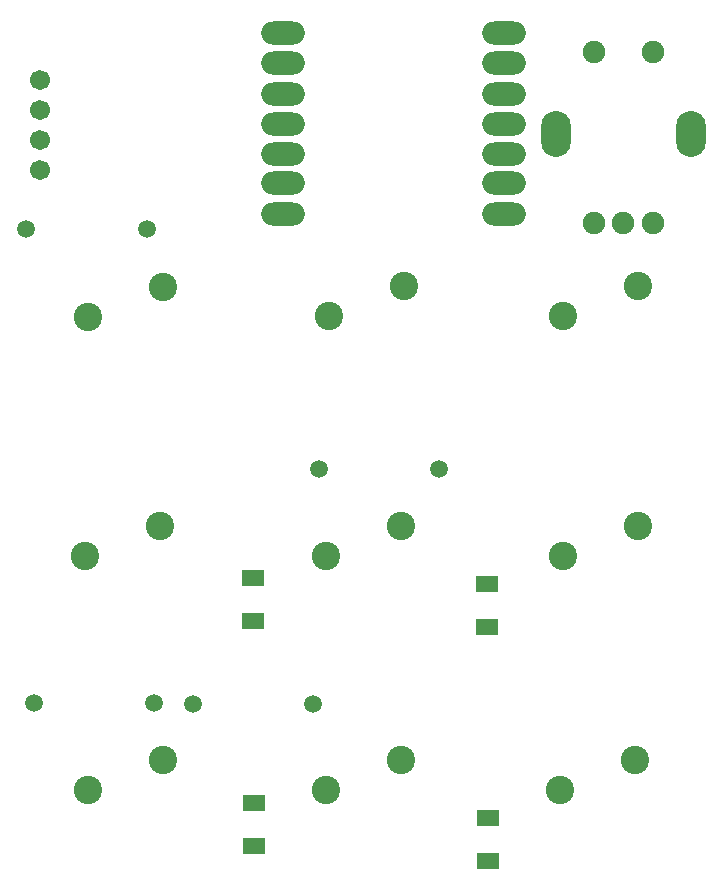
<source format=gbs>
G04 Layer: BottomSolderMaskLayer*
G04 EasyEDA v6.5.46, 2024-09-20 13:26:03*
G04 2d8f00c50ae54bd9acad4b1cc035e29b,c0cefccd67054bf09917bfb35b18985a,10*
G04 Gerber Generator version 0.2*
G04 Scale: 100 percent, Rotated: No, Reflected: No *
G04 Dimensions in millimeters *
G04 leading zeros omitted , absolute positions ,4 integer and 5 decimal *
%FSLAX45Y45*%
%MOMM*%

%AMMACRO1*4,1,8,-0.9211,-0.7008,-0.9508,-0.671,-0.9508,0.6711,-0.9211,0.7008,0.921,0.7008,0.9508,0.6711,0.9508,-0.671,0.921,-0.7008,-0.9211,-0.7008,0*%
%ADD10MACRO1*%
%ADD11C,1.5016*%
%ADD12O,3.7031929999999997X1.9532092*%
%ADD13C,1.7016*%
%ADD14C,2.4032*%
%ADD15C,1.9016*%
%ADD16O,2.5015952X3.9015924*%

%LPD*%
D10*
G01*
X2844800Y3312490D03*
G01*
X2844800Y3672509D03*
G01*
X2857500Y1767509D03*
G01*
X2857500Y1407490D03*
G01*
X4838700Y1640509D03*
G01*
X4838700Y1280490D03*
G01*
X4826000Y3261690D03*
G01*
X4826000Y3621709D03*
D11*
G01*
X4421606Y4597400D03*
G01*
X3401593Y4597400D03*
G01*
X3354806Y2603500D03*
G01*
X2334793Y2603500D03*
G01*
X1945106Y6629400D03*
G01*
X925093Y6629400D03*
G01*
X2008606Y2616200D03*
G01*
X988593Y2616200D03*
D12*
G01*
X3102102Y8289797D03*
G01*
X3102102Y6753097D03*
G01*
X3102102Y8035797D03*
G01*
X3102102Y7769097D03*
G01*
X3102102Y7515097D03*
G01*
X3102102Y7261097D03*
G01*
X3102102Y7019797D03*
G01*
X4969002Y8289797D03*
G01*
X4969002Y8035797D03*
G01*
X4969002Y7769097D03*
G01*
X4969002Y7515097D03*
G01*
X4969002Y7261097D03*
G01*
X4969002Y7019797D03*
G01*
X4969002Y6753097D03*
D13*
G01*
X1041400Y7124700D03*
G01*
X1041400Y7378700D03*
G01*
X1041400Y7632700D03*
G01*
X1041400Y7886700D03*
D14*
G01*
X1447800Y5880100D03*
G01*
X2082800Y6134100D03*
G01*
X3467100Y3860800D03*
G01*
X4102100Y4114800D03*
G01*
X5473700Y3860800D03*
G01*
X6108700Y4114800D03*
G01*
X5473700Y5892800D03*
G01*
X6108700Y6146800D03*
G01*
X5448300Y1879600D03*
G01*
X6083300Y2133600D03*
G01*
X1447800Y1879600D03*
G01*
X2082800Y2133600D03*
G01*
X3467100Y1879600D03*
G01*
X4102100Y2133600D03*
G01*
X3492500Y5892800D03*
G01*
X4127500Y6146800D03*
G01*
X1422400Y3860800D03*
G01*
X2057400Y4114800D03*
D15*
G01*
X5731713Y8129092D03*
G01*
X6231712Y8129092D03*
G01*
X5731713Y6679107D03*
G01*
X5981700Y6679107D03*
G01*
X6231712Y6679107D03*
D16*
G01*
X5411698Y7429093D03*
G01*
X6551701Y7429093D03*
M02*

</source>
